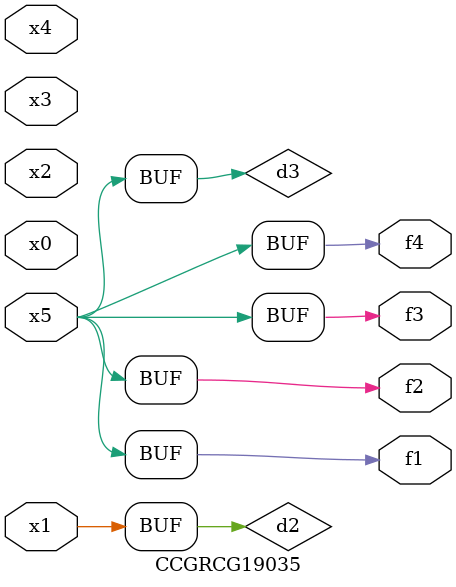
<source format=v>
module CCGRCG19035(
	input x0, x1, x2, x3, x4, x5,
	output f1, f2, f3, f4
);

	wire d1, d2, d3;

	not (d1, x5);
	or (d2, x1);
	xnor (d3, d1);
	assign f1 = d3;
	assign f2 = d3;
	assign f3 = d3;
	assign f4 = d3;
endmodule

</source>
